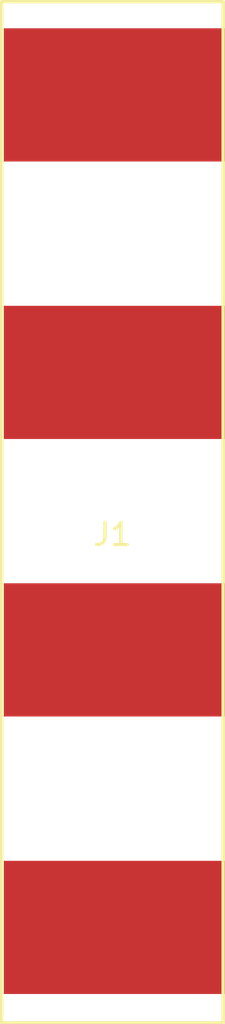
<source format=kicad_pcb>
(kicad_pcb (version 20171130) (host pcbnew "(5.1.4)-1")

  (general
    (thickness 1.6)
    (drawings 0)
    (tracks 0)
    (zones 0)
    (modules 1)
    (nets 1)
  )

  (page A4)
  (layers
    (0 F.Cu signal)
    (31 B.Cu signal)
    (32 B.Adhes user)
    (33 F.Adhes user)
    (34 B.Paste user)
    (35 F.Paste user)
    (36 B.SilkS user)
    (37 F.SilkS user)
    (38 B.Mask user)
    (39 F.Mask user)
    (40 Dwgs.User user)
    (41 Cmts.User user)
    (42 Eco1.User user)
    (43 Eco2.User user)
    (44 Edge.Cuts user)
    (45 Margin user)
    (46 B.CrtYd user)
    (47 F.CrtYd user)
    (48 B.Fab user)
    (49 F.Fab user)
  )

  (setup
    (last_trace_width 0.25)
    (trace_clearance 0.2)
    (zone_clearance 0.508)
    (zone_45_only no)
    (trace_min 0.2)
    (via_size 0.8)
    (via_drill 0.4)
    (via_min_size 0.4)
    (via_min_drill 0.3)
    (uvia_size 0.3)
    (uvia_drill 0.1)
    (uvias_allowed no)
    (uvia_min_size 0.2)
    (uvia_min_drill 0.1)
    (edge_width 0.05)
    (segment_width 0.2)
    (pcb_text_width 0.3)
    (pcb_text_size 1.5 1.5)
    (mod_edge_width 0.12)
    (mod_text_size 1 1)
    (mod_text_width 0.15)
    (pad_size 1.524 1.524)
    (pad_drill 0.762)
    (pad_to_mask_clearance 0.051)
    (solder_mask_min_width 0.25)
    (aux_axis_origin 0 0)
    (visible_elements FFFFFF7F)
    (pcbplotparams
      (layerselection 0x010fc_ffffffff)
      (usegerberextensions false)
      (usegerberattributes false)
      (usegerberadvancedattributes false)
      (creategerberjobfile false)
      (excludeedgelayer true)
      (linewidth 0.100000)
      (plotframeref false)
      (viasonmask false)
      (mode 1)
      (useauxorigin false)
      (hpglpennumber 1)
      (hpglpenspeed 20)
      (hpglpendiameter 15.000000)
      (psnegative false)
      (psa4output false)
      (plotreference true)
      (plotvalue true)
      (plotinvisibletext false)
      (padsonsilk false)
      (subtractmaskfromsilk false)
      (outputformat 1)
      (mirror false)
      (drillshape 1)
      (scaleselection 1)
      (outputdirectory ""))
  )

  (net 0 "")

  (net_class Default "This is the default net class."
    (clearance 0.2)
    (trace_width 0.25)
    (via_dia 0.8)
    (via_drill 0.4)
    (uvia_dia 0.3)
    (uvia_drill 0.1)
  )

  (module speakter_terminal:speaker_terminal (layer F.Cu) (tedit 5D862544) (tstamp 5D86CA78)
    (at 213.95 96.95)
    (path /5D862760)
    (fp_text reference J1 (at 0 0.5) (layer F.SilkS)
      (effects (font (size 1 1) (thickness 0.15)))
    )
    (fp_text value Conn_01x04 (at 0 -0.5) (layer F.Fab)
      (effects (font (size 1 1) (thickness 0.15)))
    )
    (fp_line (start 5 -23.5) (end 5 22.5) (layer Eco2.User) (width 0.12))
    (fp_line (start -5 22.5) (end -5 -23.5) (layer F.SilkS) (width 0.15))
    (fp_line (start 5 22.5) (end -5 22.5) (layer F.SilkS) (width 0.15))
    (fp_line (start 5 -23.5) (end 5 22.5) (layer F.SilkS) (width 0.15))
    (fp_line (start -5 -23.5) (end 5 -23.5) (layer F.SilkS) (width 0.15))
    (pad 4 smd rect (at 0.1 18.2) (size 10 6) (layers F.Cu F.Paste F.Mask))
    (pad 3 smd rect (at 0.1 5.7) (size 10 6) (layers F.Cu F.Paste F.Mask))
    (pad 2 smd rect (at 0.1 -6.8) (size 10 6) (layers F.Cu F.Paste F.Mask))
    (pad 1 smd rect (at 0.1 -19.3) (size 10 6) (layers F.Cu F.Paste F.Mask))
  )

)

</source>
